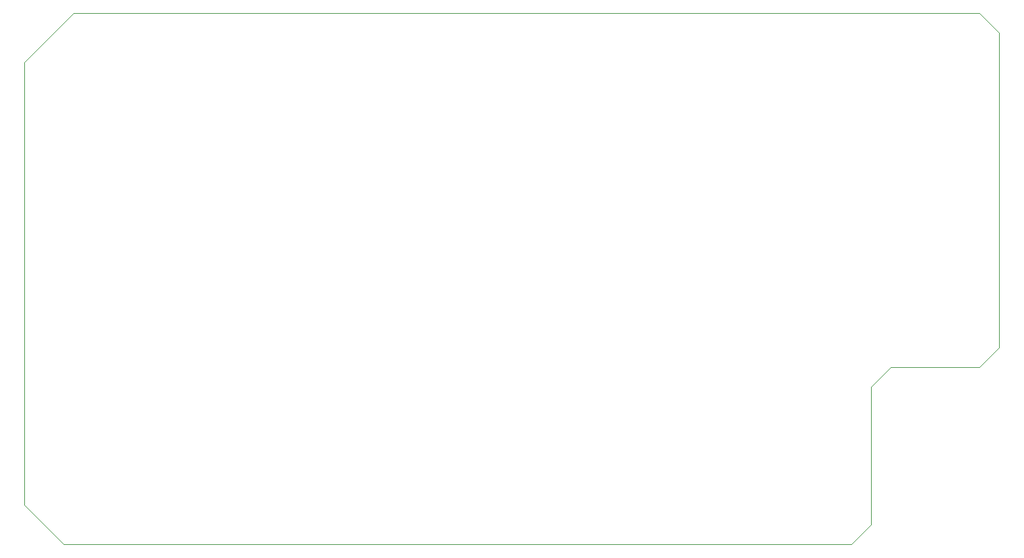
<source format=gbr>
G04 #@! TF.GenerationSoftware,KiCad,Pcbnew,(5.1.4)-1*
G04 #@! TF.CreationDate,2020-01-27T23:12:38+01:00*
G04 #@! TF.ProjectId,hw-tester,68772d74-6573-4746-9572-2e6b69636164,0.1*
G04 #@! TF.SameCoordinates,Original*
G04 #@! TF.FileFunction,Profile,NP*
%FSLAX46Y46*%
G04 Gerber Fmt 4.6, Leading zero omitted, Abs format (unit mm)*
G04 Created by KiCad (PCBNEW (5.1.4)-1) date 2020-01-27 23:12:38*
%MOMM*%
%LPD*%
G04 APERTURE LIST*
%ADD10C,0.050000*%
G04 APERTURE END LIST*
D10*
X109220000Y-135890000D02*
X109220000Y-129540000D01*
X111760000Y-138430000D02*
X109220000Y-135890000D01*
X114300000Y-140970000D02*
X111760000Y-138430000D01*
X110490000Y-77470000D02*
X109220000Y-78740000D01*
X113030000Y-74930000D02*
X110490000Y-77470000D01*
X115570000Y-72390000D02*
X113030000Y-74930000D01*
X218440000Y-138430000D02*
X215900000Y-140970000D01*
X218440000Y-120650000D02*
X218440000Y-138430000D01*
X220980000Y-118110000D02*
X218440000Y-120650000D01*
X232410000Y-118110000D02*
X220980000Y-118110000D01*
X234950000Y-115570000D02*
X232410000Y-118110000D01*
X234950000Y-74930000D02*
X234950000Y-115570000D01*
X232410000Y-72390000D02*
X234950000Y-74930000D01*
X115570000Y-72390000D02*
X232410000Y-72390000D01*
X109220000Y-81153000D02*
X109220000Y-78740000D01*
X109220000Y-129540000D02*
X109220000Y-81153000D01*
X215900000Y-140970000D02*
X114300000Y-140970000D01*
M02*

</source>
